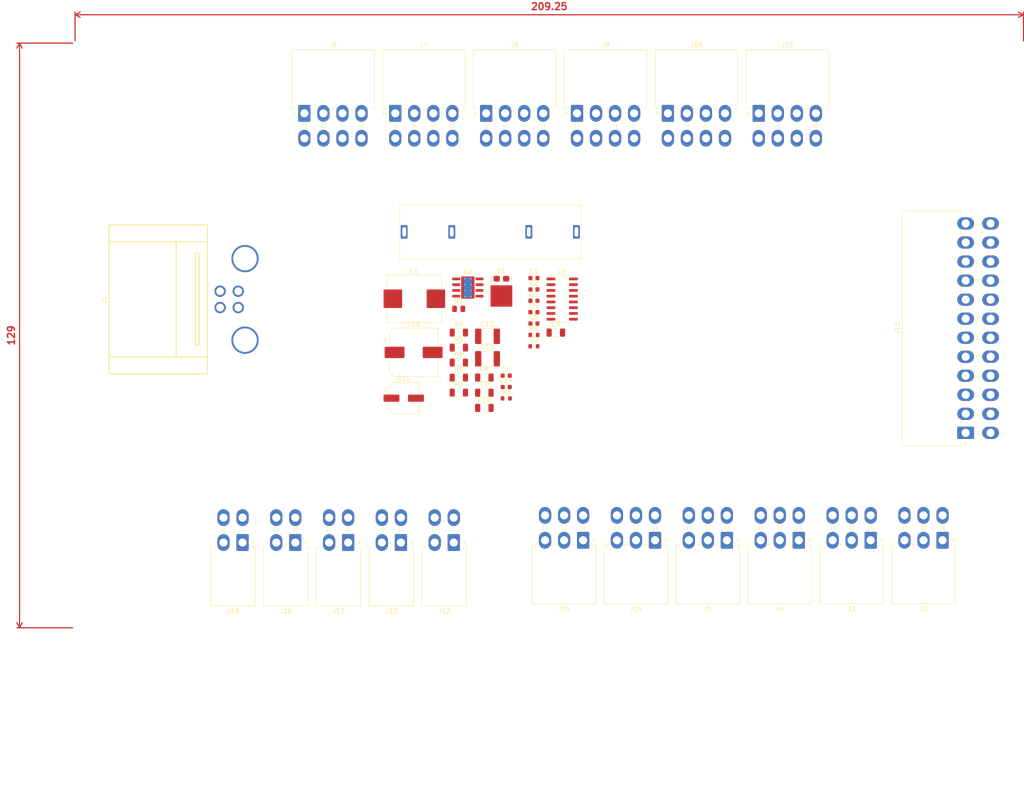
<source format=kicad_pcb>
(kicad_pcb (version 20241229) (generator "pcbnew") (generator_version "9.0")
  (title_block (rev "1"))
  (layers (0 "F.Cu" signal) (2 "B.Cu" signal) (13 "F.Paste" user) (15 "B.Paste" user) (5 "F.SilkS" user "F.Silkscreen") (7 "B.SilkS" user "B.Silkscreen") (1 "F.Mask" user) (3 "B.Mask" user) (25 "Edge.Cuts" user))
  (net 0 "")
  (net 1 "GND")
  (net 2 "/weight_scale/EX+")
  (net 3 "Net-(U1-VBG)")
  (net 4 "Net-(U1-DVDD)")
  (net 5 "Net-(U1-VIN1N)")
  (net 6 "Net-(U1-VIN1P)")
  (net 7 "Net-(U1-VIN2P)")
  (net 8 "Net-(U1-VIN2N)")
  (net 9 "Net-(D1-K)")
  (net 10 "Net-(U2-BST)")
  (net 11 "/VBat")
  (net 12 "+24V")
  (net 13 "Net-(U2-FB)")
  (net 14 "Net-(C14-Pad1)")
  (net 15 "+BATT")
  (net 18 "/CAN_L_1")
  (net 19 "/CAN_H_1")
  (net 20 "/PWM_Mot_FR")
  (net 21 "/CAN_H_2")
  (net 22 "/CAN_L_2")
  (net 23 "/PWM_Mot_FL")
  (net 24 "/CAN_L_3")
  (net 25 "/CAN_H_3")
  (net 26 "/CAN_H_4")
  (net 27 "/CAN_L_4")
  (net 28 "/PWM_Mot_BR")
  (net 29 "/CAN_H_5")
  (net 30 "/PWM_Mot_BL")
  (net 31 "/CAN_L_5")
  (net 32 "/PWM_Pump")
  (net 33 "/CAN_H_6")
  (net 34 "/CAN_L_6")
  (net 35 "/CAN_L_7")
  (net 36 "/CAN_H_7")
  (net 37 "/PWM_Asp_FR")
  (net 38 "/PWM_Asp_FL")
  (net 39 "/CAN_H_8")
  (net 40 "/CAN_L_8")
  (net 41 "/CAN_L_9")
  (net 42 "/PWM_Asp_BR")
  (net 43 "/CAN_H_9")
  (net 44 "/CAN_L_10")
  (net 45 "/CAN_H_10")
  (net 46 "/PWM_Asp_BL")
  (net 71 "/PWM_Light")
  (net 73 "/LIDAR_1_TX_SDA")
  (net 74 "/LIDAR_1_RX_SCL")
  (net 75 "+5V")
  (net 77 "/LIDAR_2_TX_SDA")
  (net 78 "/LIDAR_2_RX_SCL")
  (net 79 "/CAMERA_RX")
  (net 80 "/CAMERA_TX")
  (net 81 "/CAMERA_Sbus_in")
  (net 82 "/CAMERA_Sbus_out")
  (net 85 "/FLOW_OUT_SIGNAL")
  (net 87 "/weight_scale/V_IN-")
  (net 88 "/weight_scale/V_IN+")
  (net 89 "Net-(U2-RON)")
  (net 90 "Net-(U2-PGOOD)")
  (net 91 "Net-(U2-ULVO)")
  (net 92 "/LC_SDIO")
  (net 93 "/LC_SCLK")
  (net 96 "/LC_DRDY")
  (footprint "Capacitor_SMD:C_1206_3216Metric" (layer "F.Cu") (at 120.805 106.4)
    (property "Reference" "C9" (at 0 -1.85 0) (layer "F.SilkS"))
    (property "Value" "2.2µF X7R 100V")
    (pad "1" smd roundrect (at -1.475 0) (size 1.15 1.8) (layers "F.Cu" "F.Mask" "F.Paste") (roundrect_rratio 0.217391) (net 11 "/VBat"))
    (pad "2" smd roundrect (at 1.475 0) (size 1.15 1.8) (layers "F.Cu" "F.Mask" "F.Paste") (roundrect_rratio 0.217391) (net 1 "GND"))
  )
  (footprint "Capacitor_SMD:C_1206_3216Metric" (layer "F.Cu") (at 120.805 103.05)
    (property "Reference" "C8" (at 0 -1.85 0) (layer "F.SilkS"))
    (property "Value" "2.2µF X7R 100V")
    (pad "1" smd roundrect (at -1.475 0) (size 1.15 1.8) (layers "F.Cu" "F.Mask" "F.Paste") (roundrect_rratio 0.217391) (net 11 "/VBat"))
    (pad "2" smd roundrect (at 1.475 0) (size 1.15 1.8) (layers "F.Cu" "F.Mask" "F.Paste") (roundrect_rratio 0.217391) (net 1 "GND"))
  )
  (footprint "Connector_Molex:Molex_Mini-Fit_Jr_5569-06A2_2x03_P4.20mm_Horizontal" (layer "F.Cu") (at 206.04 138.95 180)
    (property "Reference" "J3" (at 4.2 -15.1 0) (layer "F.SilkS"))
    (property "Value" "BOOMELE 4.2-2*3AW")
    (pad "" np_thru_hole circle (at 0 -7.3 180) (size 3 3) (drill 3) (layers "*.Cu" "*.Mask"))
    (pad "" np_thru_hole circle (at 8.4 -7.3 180) (size 3 3) (drill 3) (layers "*.Cu" "*.Mask"))
    (pad "1" thru_hole roundrect (at 0 0 180) (size 2.7 3.7) (drill 1.8) (layers "*.Cu" "*.Mask") (roundrect_rratio 0.092593) (net 21 "/CAN_H_2"))
    (pad "2" thru_hole oval (at 4.2 0 180) (size 2.7 3.7) (drill 1.8) (layers "*.Cu" "*.Mask") (net 22 "/CAN_L_2"))
    (pad "3" thru_hole oval (at 8.4 0 180) (size 2.7 3.7) (drill 1.8) (layers "*.Cu" "*.Mask") (net 25 "/CAN_H_3"))
    (pad "4" thru_hole oval (at 0 5.5 180) (size 2.7 3.7) (drill 1.8) (layers "*.Cu" "*.Mask") (net 24 "/CAN_L_3"))
    (pad "5" thru_hole oval (at 4.2 5.5 180) (size 2.7 3.7) (drill 1.8) (layers "*.Cu" "*.Mask") (net 23 "/PWM_Mot_FL"))
    (pad "6" thru_hole oval (at 8.4 5.5 180) (size 2.7 3.7) (drill 1.8) (layers "*.Cu" "*.Mask") (net 1 "GND"))
  )
  (footprint "Resistor_SMD:R_1206_3216Metric" (layer "F.Cu") (at 115.175 93.13)
    (property "Reference" "R4" (at 0 -1.83 0) (layer "F.SilkS"))
    (property "Value" "23.7kΩ  200V")
    (pad "1" smd roundrect (at -1.4625 0) (size 1.125 1.75) (layers "F.Cu" "F.Mask" "F.Paste") (roundrect_rratio 0.222222) (net 1 "GND"))
    (pad "2" smd roundrect (at 1.4625 0) (size 1.125 1.75) (layers "F.Cu" "F.Mask" "F.Paste") (roundrect_rratio 0.222222) (net 13 "Net-(U2-FB)"))
  )
  (footprint "Connector_Molex:Molex_Mini-Fit_Jr_5569-04A2_2x02_P4.20mm_Horizontal" (layer "F.Cu") (at 79.1 139.45 180)
    (property "Reference" "J18" (at 2.1 -15.1 0) (layer "F.SilkS"))
    (property "Value" "BOOMELE 4.2-2*2AW")
    (pad "" np_thru_hole circle (at 2.1 -7.3 180) (size 3 3) (drill 3) (layers "*.Cu" "*.Mask"))
    (pad "1" thru_hole roundrect (at 0 0 180) (size 2.7 3.7) (drill 1.8) (layers "*.Cu" "*.Mask") (roundrect_rratio 0.092593) (net 1 "GND"))
    (pad "2" thru_hole oval (at 4.2 0 180) (size 2.7 3.7) (drill 1.8) (layers "*.Cu" "*.Mask") (net 75 "+5V"))
    (pad "3" thru_hole oval (at 0 5.5 180) (size 2.7 3.7) (drill 1.8) (layers "*.Cu" "*.Mask") (net 85 "/FLOW_OUT_SIGNAL"))
    (pad "4" thru_hole oval (at 4.2 5.5 180) (size 2.7 3.7) (drill 1.8) (layers "*.Cu" "*.Mask"))
  )
  (footprint "Capacitor_SMD:C_0603_1608Metric" (layer "F.Cu") (at 125.635 102.63)
    (property "Reference" "C7" (at 0 -1.43 0) (layer "F.SilkS"))
    (property "Value" "2.2nF 50V X7R")
    (pad "1" smd roundrect (at -0.775 0) (size 0.9 0.95) (layers "F.Cu" "F.Mask" "F.Paste") (net 10 "Net-(U2-BST)"))
    (pad "2" smd roundrect (at 0.775 0) (size 0.9 0.95) (layers "F.Cu" "F.Mask" "F.Paste") (net 9 "Net-(D1-K)"))
  )
  (footprint "Library:TO-277C" (layer "F.Cu") (at 124.565 84.01)
    (property "Reference" "D1" (at 0 -4.5 180) (layer "F.SilkS"))
    (property "Value" "MBR8H120PC")
    (pad "1" smd rect (at 0 1.04) (size 4.8 4.72) (layers "F.Cu" "F.Mask") (net 9 "Net-(D1-K)"))
    (pad "2" smd roundrect (at -1.04 -2.765) (size 1.4 1.27) (layers "F.Cu" "F.Mask" "F.Paste") (net 1 "GND"))
    (pad "2" smd roundrect (at 1.04 -2.765) (size 1.4 1.27) (layers "F.Cu" "F.Mask" "F.Paste") (net 1 "GND"))
  )
  (footprint "Capacitor_SMD:C_1812_4532Metric" (layer "F.Cu") (at 121.505 98.9)
    (property "Reference" "C13" (at 0 -2.65 0) (layer "F.SilkS"))
    (property "Value" "22uF 50V X7R")
    (pad "1" smd roundrect (at -2.05 0) (size 1.4 3.4) (layers "F.Cu" "F.Mask" "F.Paste") (roundrect_rratio 0.178571) (net 1 "GND"))
    (pad "2" smd roundrect (at 2.05 0) (size 1.4 3.4) (layers "F.Cu" "F.Mask" "F.Paste") (roundrect_rratio 0.178571) (net 12 "+24V"))
  )
  (footprint "Resistor_SMD:R_0603_1608Metric" (layer "F.Cu") (at 131.745 96.15)
    (property "Reference" "R2" (at 0 -1.43 0) (layer "F.SilkS"))
    (property "Value" "47Ω 75V")
    (pad "1" smd roundrect (at -0.825 0) (size 0.8 0.95) (layers "F.Cu" "F.Mask" "F.Paste") (net 87 "/weight_scale/V_IN-"))
    (pad "2" smd roundrect (at 0.825 0) (size 0.8 0.95) (layers "F.Cu" "F.Mask" "F.Paste") (net 5 "Net-(U1-VIN1N)"))
  )
  (footprint "Resistor_SMD:R_1206_3216Metric" (layer "F.Cu") (at 115.175 99.75)
    (property "Reference" "R6" (at 0 -1.83 0) (layer "F.SilkS"))
    (property "Value" "453kΩ  200V")
    (pad "1" smd roundrect (at -1.4625 0) (size 1.125 1.75) (layers "F.Cu" "F.Mask" "F.Paste") (roundrect_rratio 0.222222) (net 13 "Net-(U2-FB)"))
    (pad "2" smd roundrect (at 1.4625 0) (size 1.125 1.75) (layers "F.Cu" "F.Mask" "F.Paste") (roundrect_rratio 0.222222) (net 12 "+24V"))
  )
  (footprint "Capacitor_SMD:C_1206_3216Metric" (layer "F.Cu") (at 120.805 109.75)
    (property "Reference" "C15" (at 0 -1.85 0) (layer "F.SilkS"))
    (property "Value" "3.3nF 100V  C0G")
    (pad "1" smd roundrect (at -1.475 0) (size 1.15 1.8) (layers "F.Cu" "F.Mask" "F.Paste") (roundrect_rratio 0.217391) (net 12 "+24V"))
    (pad "2" smd roundrect (at 1.475 0) (size 1.15 1.8) (layers "F.Cu" "F.Mask" "F.Paste") (roundrect_rratio 0.217391) (net 14 "Net-(C14-Pad1)"))
  )
  (footprint "Library:FUSE-HOLDER XFCN XF-008" (layer "F.Cu") (at 122.115 70.905 90)
    (property "Reference" "F1" (hide yes))
    (property "Value" "Fuse")
    (pad "1" thru_hole roundrect (at 0 -19 90) (size 3 1.5) (drill oval 2.1 0.8) (layers "*.Cu" "*.Mask") (roundrect_rratio 0.15) (net 15 "+BATT"))
    (pad "1" thru_hole roundrect (at 0 -8.5 90) (size 3 1.5) (drill oval 2.1 0.8) (layers "*.Cu" "*.Mask") (roundrect_rratio 0.15) (net 15 "+BATT"))
    (pad "2" thru_hole roundrect (at 0 8.5 90) (size 3 1.5) (drill oval 2.1 0.8) (layers "*.Cu" "*.Mask") (roundrect_rratio 0.15) (net 11 "/VBat"))
    (pad "2" thru_hole roundrect (at 0 19 90) (size 3 1.5) (drill oval 2.1 0.8) (layers "*.Cu" "*.Mask") (roundrect_rratio 0.15) (net 11 "/VBat"))
  )
  (footprint "Resistor_SMD:R_0603_1608Metric" (layer "F.Cu") (at 131.745 93.64)
    (property "Reference" "R1" (at 0 -1.43 0) (layer "F.SilkS"))
    (property "Value" "47Ω 75V")
    (pad "1" smd roundrect (at -0.825 0) (size 0.8 0.95) (layers "F.Cu" "F.Mask" "F.Paste") (net 88 "/weight_scale/V_IN+"))
    (pad "2" smd roundrect (at 0.825 0) (size 0.8 0.95) (layers "F.Cu" "F.Mask" "F.Paste") (net 6 "Net-(U1-VIN1P)"))
  )
  (footprint "Connector_Molex:Molex_Mini-Fit_Jr_5569-08A2_2x04_P4.20mm_Horizontal" (layer "F.Cu") (at 141.25 44.75)
    (property "Reference" "J9" (at 6.3 -15.1 0) (layer "F.SilkS"))
    (property "Value" "BOOMELE 4.2-2*4AW")
    (pad "" np_thru_hole circle (at 0 -7.3) (size 3 3) (drill 3) (layers "*.Cu" "*.Mask"))
    (pad "" np_thru_hole circle (at 12.6 -7.3) (size 3 3) (drill 3) (layers "*.Cu" "*.Mask"))
    (pad "1" thru_hole roundrect (at 0 0) (size 2.7 3.7) (drill 1.8) (layers "*.Cu" "*.Mask") (roundrect_rratio 0.092593) (net 1 "GND"))
    (pad "2" thru_hole oval (at 4.2 0) (size 2.7 3.7) (drill 1.8) (layers "*.Cu" "*.Mask") (net 42 "/PWM_Asp_BR"))
    (pad "3" thru_hole oval (at 8.4 0) (size 2.7 3.7) (drill 1.8) (layers "*.Cu" "*.Mask") (net 39 "/CAN_H_8"))
    (pad "4" thru_hole oval (at 12.6 0) (size 2.7 3.7) (drill 1.8) (layers "*.Cu" "*.Mask") (net 40 "/CAN_L_8"))
    (pad "5" thru_hole oval (at 0 5.5) (size 2.7 3.7) (drill 1.8) (layers "*.Cu" "*.Mask") (net 43 "/CAN_H_9"))
    (pad "6" thru_hole oval (at 4.2 5.5) (size 2.7 3.7) (drill 1.8) (layers "*.Cu" "*.Mask") (net 41 "/CAN_L_9"))
    (pad "7" thru_hole oval (at 8.4 5.5) (size 2.7 3.7) (drill 1.8) (layers "*.Cu" "*.Mask") (net 1 "GND"))
    (pad "8" thru_hole oval (at 12.6 5.5) (size 2.7 3.7) (drill 1.8) (layers "*.Cu" "*.Mask") (net 11 "/VBat"))
  )
  (footprint "Resistor_SMD:R_1206_3216Metric" (layer "F.Cu") (at 115.175 106.37)
    (property "Reference" "R9" (at 0 -1.83 0) (layer "F.SilkS"))
    (property "Value" "100KΩ")
    (pad "1" smd roundrect (at -1.4625 0) (size 1.125 1.75) (layers "F.Cu" "F.Mask" "F.Paste") (roundrect_rratio 0.222222) (net 91 "Net-(U2-ULVO)"))
    (pad "2" smd roundrect (at 1.4625 0) (size 1.125 1.75) (layers "F.Cu" "F.Mask" "F.Paste") (roundrect_rratio 0.222222) (net 1 "GND"))
  )
  (footprint "Connector_Molex:Molex_Mini-Fit_Jr_5569-06A2_2x03_P4.20mm_Horizontal" (layer "F.Cu") (at 221.9 138.95 180)
    (property "Reference" "J2" (at 4.2 -15.1 0) (layer "F.SilkS"))
    (property "Value" "BOOMELE 4.2-2*3AW")
    (pad "" np_thru_hole circle (at 0 -7.3 180) (size 3 3) (drill 3) (layers "*.Cu" "*.Mask"))
    (pad "" np_thru_hole circle (at 8.4 -7.3 180) (size 3 3) (drill 3) (layers "*.Cu" "*.Mask"))
    (pad "1" thru_hole roundrect (at 0 0 180) (size 2.7 3.7) (drill 1.8) (layers "*.Cu" "*.Mask") (roundrect_rratio 0.092593) (net 19 "/CAN_H_1"))
    (pad "2" thru_hole oval (at 4.2 0 180) (size 2.7 3.7) (drill 1.8) (layers "*.Cu" "*.Mask") (net 18 "/CAN_L_1"))
    (pad "3" thru_hole oval (at 8.4 0 180) (size 2.7 3.7) (drill 1.8) (layers "*.Cu" "*.Mask") (net 21 "/CAN_H_2"))
    (pad "4" thru_hole oval (at 0 5.5 180) (size 2.7 3.7) (drill 1.8) (layers "*.Cu" "*.Mask") (net 22 "/CAN_L_2"))
    (pad "5" thru_hole oval (at 4.2 5.5 180) (size 2.7 3.7) (drill 1.8) (layers "*.Cu" "*.Mask") (net 20 "/PWM_Mot_FR"))
    (pad "6" thru_hole oval (at 8.4 5.5 180) (size 2.7 3.7) (drill 1.8) (layers "*.Cu" "*.Mask") (net 1 "GND"))
  )
  (footprint "Capacitor_SMD:C_1812_4532Metric" (layer "F.Cu") (at 121.505 93.95)
    (property "Reference" "C12" (at 0 -2.65 0) (layer "F.SilkS"))
    (property "Value" "22uF 50V X7R")
    (pad "1" smd roundrect (at -2.05 0) (size 1.4 3.4) (layers "F.Cu" "F.Mask" "F.Paste") (roundrect_rratio 0.178571) (net 1 "GND"))
    (pad "2" smd roundrect (at 2.05 0) (size 1.4 3.4) (layers "F.Cu" "F.Mask" "F.Paste") (roundrect_rratio 0.178571) (net 12 "+24V"))
  )
  (footprint "Connector_Molex:Molex_Mini-Fit_Jr_5569-06A2_2x03_P4.20mm_Horizontal" (layer "F.Cu") (at 174.32 138.95 180)
    (property "Reference" "J5" (at 4.2 -15.1 0) (layer "F.SilkS"))
    (property "Value" "BOOMELE 4.2-2*3AW")
    (pad "" np_thru_hole circle (at 0 -7.3 180) (size 3 3) (drill 3) (layers "*.Cu" "*.Mask"))
    (pad "" np_thru_hole circle (at 8.4 -7.3 180) (size 3 3) (drill 3) (layers "*.Cu" "*.Mask"))
    (pad "1" thru_hole roundrect (at 0 0 180) (size 2.7 3.7) (drill 1.8) (layers "*.Cu" "*.Mask") (roundrect_rratio 0.092593) (net 26 "/CAN_H_4"))
    (pad "2" thru_hole oval (at 4.2 0 180) (size 2.7 3.7) (drill 1.8) (layers "*.Cu" "*.Mask") (net 27 "/CAN_L_4"))
    (pad "3" thru_hole oval (at 8.4 0 180) (size 2.7 3.7) (drill 1.8) (layers "*.Cu" "*.Mask") (net 29 "/CAN_H_5"))
    (pad "4" thru_hole oval (at 0 5.5 180) (size 2.7 3.7) (drill 1.8) (layers "*.Cu" "*.Mask") (net 31 "/CAN_L_5"))
    (pad "5" thru_hole oval (at 4.2 5.5 180) (size 2.7 3.7) (drill 1.8) (layers "*.Cu" "*.Mask") (net 30 "/PWM_Mot_BL"))
    (pad "6" thru_hole oval (at 8.4 5.5 180) (size 2.7 3.7) (drill 1.8) (layers "*.Cu" "*.Mask") (net 1 "GND"))
  )
  (footprint "Resistor_SMD:R_1206_3216Metric" (layer "F.Cu") (at 115.175 103.06)
    (property "Reference" "R8" (at 0 -1.83 0) (layer "F.SilkS"))
    (property "Value" "2.8MΩ")
    (pad "1" smd roundrect (at -1.4625 0) (size 1.125 1.75) (layers "F.Cu" "F.Mask" "F.Paste") (roundrect_rratio 0.222222) (net 11 "/VBat"))
    (pad "2" smd roundrect (at 1.4625 0) (size 1.125 1.75) (layers "F.Cu" "F.Mask" "F.Paste") (roundrect_rratio 0.222222) (net 91 "Net-(U2-ULVO)"))
  )
  (footprint "Connector_Molex:Molex_Mini-Fit_Jr_5569-04A2_2x02_P4.20mm_Horizontal" (layer "F.Cu") (at 67.45 139.45 180)
    (property "Reference" "J19" (at 2.1 -15.1 0) (layer "F.SilkS"))
    (property "Value" "BOOMELE 4.2-2*2AW")
    (pad "" np_thru_hole circle (at 2.1 -7.3 180) (size 3 3) (drill 3) (layers "*.Cu" "*.Mask"))
    (pad "1" thru_hole roundrect (at 0 0 180) (size 2.7 3.7) (drill 1.8) (layers "*.Cu" "*.Mask") (roundrect_rratio 0.092593) (net 2 "/weight_scale/EX+"))
    (pad "2" thru_hole oval (at 4.2 0 180) (size 2.7 3.7) (drill 1.8) (layers "*.Cu" "*.Mask") (net 88 "/weight_scale/V_IN+"))
    (pad "3" thru_hole oval (at 0 5.5 180) (size 2.7 3.7) (drill 1.8) (layers "*.Cu" "*.Mask") (net 87 "/weight_scale/V_IN-"))
    (pad "4" thru_hole oval (at 4.2 5.5 180) (size 2.7 3.7) (drill 1.8) (layers "*.Cu" "*.Mask") (net 1 "GND"))
  )
  (footprint "Capacitor_SMD:C_0603_1608Metric" (layer "F.Cu") (at 131.745 86.11)
    (property "Reference" "C3" (at 0 -1.43 0) (layer "F.SilkS"))
    (property "Value" "1uF 50V X7R")
    (pad "1" smd roundrect (at -0.775 0) (size 0.9 0.95) (layers "F.Cu" "F.Mask" "F.Paste") (net 1 "GND"))
    (pad "2" smd roundrect (at 0.775 0) (size 0.9 0.95) (layers "F.Cu" "F.Mask" "F.Paste") (net 2 "/weight_scale/EX+"))
  )
  (footprint "Connector_Molex:Molex_Mini-Fit_Jr_5569-08A2_2x04_P4.20mm_Horizontal" (layer "F.Cu") (at 161.3 44.75)
    (property "Reference" "J10" (at 6.3 -15.1 0) (layer "F.SilkS"))
    (property "Value" "BOOMELE 4.2-2*4AW")
    (pad "" np_thru_hole circle (at 0 -7.3) (size 3 3) (drill 3) (layers "*.Cu" "*.Mask"))
    (pad "" np_thru_hole circle (at 12.6 -7.3) (size 3 3) (drill 3) (layers "*.Cu" "*.Mask"))
    (pad "1" thru_hole roundrect (at 0 0) (size 2.7 3.7) (drill 1.8) (layers "*.Cu" "*.Mask") (roundrect_rratio 0.092593) (net 1 "GND"))
    (pad "2" thru_hole oval (at 4.2 0) (size 2.7 3.7) (drill 1.8) (layers "*.Cu" "*.Mask") (net 46 "/PWM_Asp_BL"))
    (pad "3" thru_hole oval (at 8.4 0) (size 2.7 3.7) (drill 1.8) (layers "*.Cu" "*.Mask") (net 43 "/CAN_H_9"))
    (pad "4" thru_hole oval (at 12.6 0) (size 2.7 3.7) (drill 1.8) (layers "*.Cu" "*.Mask") (net 41 "/CAN_L_9"))
    (pad "5" thru_hole oval (at 0 5.5) (size 2.7 3.7) (drill 1.8) (layers "*.Cu" "*.Mask") (net 45 "/CAN_H_10"))
    (pad "6" thru_hole oval (at 4.2 5.5) (size 2.7 3.7) (drill 1.8) (layers "*.Cu" "*.Mask") (net 44 "/CAN_L_10"))
    (pad "7" thru_hole oval (at 8.4 5.5) (size 2.7 3.7) (drill 1.8) (layers "*.Cu" "*.Mask") (net 1 "GND"))
    (pad "8" thru_hole oval (at 12.6 5.5) (size 2.7 3.7) (drill 1.8) (layers "*.Cu" "*.Mask") (net 11 "/VBat"))
  )
  (footprint "Capacitor_SMD:C_1206_3216Metric" (layer "F.Cu") (at 136.575 93.13)
    (property "Reference" "C6" (at 0 -1.85 0) (layer "F.SilkS"))
    (property "Value" "100nF 50V C0G")
    (pad "1" smd roundrect (at -1.475 0) (size 1.15 1.8) (layers "F.Cu" "F.Mask" "F.Paste") (roundrect_rratio 0.217391) (net 8 "Net-(U1-VIN2N)"))
    (pad "2" smd roundrect (at 1.475 0) (size 1.15 1.8) (layers "F.Cu" "F.Mask" "F.Paste") (roundrect_rratio 0.217391) (net 7 "Net-(U1-VIN2P)"))
  )
  (footprint "Capacitor_SMD:C_0603_1608Metric" (layer "F.Cu") (at 131.745 81.09)
    (property "Reference" "C1" (at 0 -1.43 0) (layer "F.SilkS"))
    (property "Value" "100nF 50V X7R")
    (pad "1" smd roundrect (at -0.775 0) (size 0.9 0.95) (layers "F.Cu" "F.Mask" "F.Paste") (net 2 "/weight_scale/EX+"))
    (pad "2" smd roundrect (at 0.775 0) (size 0.9 0.95) (layers "F.Cu" "F.Mask" "F.Paste") (net 1 "GND"))
  )
  (footprint "Connector_Molex:Molex_Mini-Fit_Jr_5569-06A2_2x03_P4.20mm_Horizontal" (layer "F.Cu") (at 158.46 138.95 180)
    (property "Reference" "J14" (at 4.2 -15.1 0) (layer "F.SilkS"))
    (property "Value" "BOOMELE 4.2-2*3AW")
    (pad "" np_thru_hole circle (at 0 -7.3 180) (size 3 3) (drill 3) (layers "*.Cu" "*.Mask"))
    (pad "" np_thru_hole circle (at 8.4 -7.3 180) (size 3 3) (drill 3) (layers "*.Cu" "*.Mask"))
    (pad "1" thru_hole roundrect (at 0 0 180) (size 2.7 3.7) (drill 1.8) (layers "*.Cu" "*.Mask") (roundrect_rratio 0.092593) (net 75 "+5V"))
    (pad "2" thru_hole oval (at 4.2 0 180) (size 2.7 3.7) (drill 1.8) (layers "*.Cu" "*.Mask") (net 1 "GND"))
    (pad "3" thru_hole oval (at 8.4 0 180) (size 2.7 3.7) (drill 1.8) (layers "*.Cu" "*.Mask") (net 74 "/LIDAR_1_RX_SCL"))
    (pad "4" thru_hole oval (at 0 5.5 180) (size 2.7 3.7) (drill 1.8) (layers "*.Cu" "*.Mask") (net 73 "/LIDAR_1_TX_SDA"))
    (pad "5" thru_hole oval (at 4.2 5.5 180) (size 2.7 3.7) (drill 1.8) (layers "*.Cu" "*.Mask") (net 1 "GND"))
    (pad "6" thru_hole oval (at 8.4 5.5 180) (size 2.7 3.7) (drill 1.8) (layers "*.Cu" "*.Mask"))
  )
  (footprint "Connector_Molex:Molex_Mini-Fit_Jr_5569-06A2_2x03_P4.20mm_Horizontal" (layer "F.Cu") (at 190.18 138.95 180)
    (property "Reference" "J4" (at 4.2 -15.1 0) (layer "F.SilkS"))
    (property "Value" "BOOMELE 4.2-2*3AW")
    (pad "" np_thru_hole circle (at 0 -7.3 180) (size 3 3) (drill 3) (layers "*.Cu" "*.Mask"))
    (pad "" np_thru_hole circle (at 8.4 -7.3 180) (size 3 3) (drill 3) (layers "*.Cu" "*.Mask"))
    (pad "1" thru_hole roundrect (at 0 0 180) (size 2.7 3.7) (drill 1.8) (layers "*.Cu" "*.Mask") (roundrect_rratio 0.092593) (net 25 "/CAN_H_3"))
    (pad "2" thru_hole oval (at 4.2 0 180) (size 2.7 3.7) (drill 1.8) (layers "*.Cu" "*.Mask") (net 24 "/CAN_L_3"))
    (pad "3" thru_hole oval (at 8.4 0 180) (size 2.7 3.7) (drill 1.8) (layers "*.Cu" "*.Mask") (net 26 "/CAN_H_4"))
    (pad "4" thru_hole oval (at 0 5.5 180) (size 2.7 3.7) (drill 1.8) (layers "*.Cu" "*.Mask") (net 27 "/CAN_L_4"))
    (pad "5" thru_hole oval (at 4.2 5.5 180) (size 2.7 3.7) (drill 1.8) (layers "*.Cu" "*.Mask") (net 28 "/PWM_Mot_BR"))
    (pad "6" thru_hole oval (at 8.4 5.5 180) (size 2.7 3.7) (drill 1.8) (layers "*.Cu" "*.Mask") (net 1 "GND"))
  )
  (footprint "Library:CONN-TH_AS150UPW" (layer "F.Cu") (at 65.25 85.8 90)
    (property "Reference" "J1" (at -0.014967 -28.2505 90) (layer "F.SilkS"))
    (property "Value" "Amass Elec AS150UPW(2+4)")
    (pad "1" thru_hole circle (at -9 2.75 90) (size 6 6) (drill 5.2) (layers "*.Cu" "*.Mask") (net 1 "GND"))
    (pad "2" thru_hole circle (at 9 2.75 90) (size 6 6) (drill 5.2) (layers "*.Cu" "*.Mask") (net 15 "+BATT"))
    (pad "3" thru_hole circle (at -1.8 -2.75 90) (size 2.5 2.5) (drill 1.7) (layers "*.Cu" "*.Mask") (net 19 "/CAN_H_1"))
    (pad "4" thru_hole circle (at 1.8 -2.75 90) (size 2.5 2.5) (drill 1.7) (layers "*.Cu" "*.Mask") (net 18 "/CAN_L_1"))
    (pad "5" thru_hole circle (at -1.8 1.25 90) (size 2.5 2.5) (drill 1.7) (layers "*.Cu" "*.Mask"))
    (pad "6" thru_hole circle (at 1.8 1.25 90) (size 2.5 2.5) (drill 1.7) (layers "*.Cu" "*.Mask"))
  )
  (footprint "Resistor_SMD:R_0805_2012Metric" (layer "F.Cu") (at 115.145 87.89)
    (property "Reference" "R7" (at 0 -1.65 0) (layer "F.SilkS"))
    (property "Value" "47kΩ")
    (pad "1" smd roundrect (at -0.9125 0) (size 1.025 1.4) (layers "F.Cu" "F.Mask" "F.Paste") (roundrect_rratio 0.243902) (net 12 "+24V"))
    (pad "2" smd roundrect (at 0.9125 0) (size 1.025 1.4) (layers "F.Cu" "F.Mask" "F.Paste") (roundrect_rratio 0.243902) (net 90 "Net-(U2-PGOOD)"))
  )
  (footprint "Inductor_SMD:L_Sunlord_MWSA1005S" (layer "F.Cu") (at 105.365 85.655)
    (property "Reference" "L1" (at 0 -6 0) (layer "F.SilkS"))
    (property "Value" "PSPMAA1050H-560M-ANP")
    (pad "1" smd roundrect (at -4.75 0) (size 4.1 4.1) (layers "F.Cu" "F.Mask" "F.Paste") (roundrect_rratio 0.060976) (net 9 "Net-(D1-K)"))
    (pad "2" smd roundrect (at 4.75 0) (size 4.1 4.1) (layers "F.Cu" "F.Mask" "F.Paste") (roundrect_rratio 0.060976) (net 12 "+24V"))
  )
  (footprint "Connector_Molex:Molex_Mini-Fit_Jr_5569-08A2_2x04_P4.20mm_Horizontal" (layer "F.Cu") (at 181.35 44.75)
    (property "Reference" "J16" (at 6.3 -15.1 0) (layer "F.SilkS"))
    (property "Value" "BOOMELE 4.2-2*4AW")
    (pad "" np_thru_hole circle (at 0 -7.3) (size 3 3) (drill 3) (layers "*.Cu" "*.Mask"))
    (pad "" np_thru_hole circle (at 12.6 -7.3) (size 3 3) (drill 3) (layers "*.Cu" "*.Mask"))
    (pad "1" thru_hole roundrect (at 0 0) (size 2.7 3.7) (drill 1.8) (layers "*.Cu" "*.Mask") (roundrect_rratio 0.092593) (net 1 "GND"))
    (pad "2" thru_hole oval (at 4.2 0) (size 2.7 3.7) (drill 1.8) (layers "*.Cu" "*.Mask") (net 12 "+24V"))
    (pad "3" thru_hole oval (at 8.4 0) (size 2.7 3.7) (drill 1.8) (layers "*.Cu" "*.Mask") (net 79 "/CAMERA_RX"))
    (pad "4" thru_hole oval (at 12.6 0) (size 2.7 3.7) (drill 1.8) (layers "*.Cu" "*.Mask") (net 80 "/CAMERA_TX"))
    (pad "5" thru_hole oval (at 0 5.5) (size 2.7 3.7) (drill 1.8) (layers "*.Cu" "*.Mask") (net 82 "/CAMERA_Sbus_out"))
    (pad "6" thru_hole oval (at 4.2 5.5) (size 2.7 3.7) (drill 1.8) (layers "*.Cu" "*.Mask") (net 81 "/CAMERA_Sbus_in"))
    (pad "7" thru_hole oval (at 8.4 5.5) (size 2.7 3.7) (drill 1.8) (layers "*.Cu" "*.Mask") (net 1 "GND"))
    (pad "8" thru_hole oval (at 12.6 5.5) (size 2.7 3.7) (drill 1.8) (layers "*.Cu" "*.Mask") (net 1 "GND"))
  )
  (footprint "Connector_Molex:Molex_Mini-Fit_Jr_5569-08A2_2x04_P4.20mm_Horizontal" (layer "F.Cu") (at 81.1 44.75)
    (property "Reference" "J6" (at 6.3 -15.1 0) (layer "F.SilkS"))
    (property "Value" "BOOMELE 4.2-2*4AW")
    (pad "" np_thru_hole circle (at 0 -7.3) (size 3 3) (drill 3) (layers "*.Cu" "*.Mask"))
    (pad "" np_thru_hole circle (at 12.6 -7.3) (size 3 3) (drill 3) (layers "*.Cu" "*.Mask"))
    (pad "1" thru_hole roundrect (at 0 0) (size 2.7 3.7) (drill 1.8) (layers "*.Cu" "*.Mask") (roundrect_rratio 0.092593) (net 1 "GND"))
    (pad "2" thru_hole oval (at 4.2 0) (size 2.7 3.7) (drill 1.8) (layers "*.Cu" "*.Mask") (net 32 "/PWM_Pump"))
    (pad "3" thru_hole oval (at 8.4 0) (size 2.7 3.7) (drill 1.8) (layers "*.Cu" "*.Mask") (net 29 "/CAN_H_5"))
    (pad "4" thru_hole oval (at 12.6 0) (size 2.7 3.7) (drill 1.8) (layers "*.Cu" "*.Mask") (net 31 "/CAN_L_5"))
    (pad "5" thru_hole oval (at 0 5.5) (size 2.7 3.7) (drill 1.8) (layers "*.Cu" "*.Mask") (net 33 "/CAN_H_6"))
    (pad "6" thru_hole oval (at 4.2 5.5) (size 2.7 3.7) (drill 1.8) (layers "*.Cu" "*.Mask") (net 34 "/CAN_L_6"))
    (pad "7" thru_hole oval (at 8.4 5.5) (size 2.7 3.7) (drill 1.8) (layers "*.Cu" "*.Mask") (net 1 "GND"))
    (pad "8" thru_hole oval (at 12.6 5.5) (size 2.7 3.7) (drill 1.8) (layers "*.Cu" "*.Mask") (net 11 "/VBat"))
  )
  (footprint "Connector_Molex:Molex_Mini-Fit_Jr_5569-08A2_2x04_P4.20mm_Horizontal" (layer "F.Cu") (at 121.2 44.75)
    (property "Reference" "J8" (at 6.3 -15.1 0) (layer "F.SilkS"))
    (property "Value" "BOOMELE 4.2-2*4AW")
    (pad "" np_thru_hole circle (at 0 -7.3) (size 3 3) (drill 3) (layers "*.Cu" "*.Mask"))
    (pad "" np_thru_hole circle (at 12.6 -7.3) (size 3 3) (drill 3) (layers "*.Cu" "*.Mask"))
    (pad "1" thru_hole roundrect (at 0 0) (size 2.7 3.7) (drill 1.8) (layers "*.Cu" "*.Mask") (roundrect_rratio 0.092593) (net 1 "GND"))
    (pad "2" thru_hole oval (at 4.2 0) (size 2.7 3.7) (drill 1.8) (layers "*.Cu" "*.Mask") (net 38 "/PWM_Asp_FL"))
    (pad "3" thru_hole oval (at 8.4 0) (size 2.7 3.7) (drill 1.8) (layers "*.Cu" "*.Mask") (net 36 "/CAN_H_7"))
    (pad "4" thru_hole oval (at 12.6 0) (size 2.7 3.7) (drill 1.8) (layers "*.Cu" "*.Mask") (net 35 "/CAN_L_7"))
    (pad "5" thru_hole oval (at 0 5.5) (size 2.7 3.7) (drill 1.8) (layers "*.Cu" "*.Mask") (net 39 "/CAN_H_8"))
    (pad "6" thru_hole oval (at 4.2 5.5) (size 2.7 3.7) (drill 1.8) (layers "*.Cu" "*.Mask") (net 40 "/CAN_L_8"))
    (pad "7" thru_hole oval (at 8.4 5.5) (size 2.7 3.7) (drill 1.8) (layers "*.Cu" "*.Mask") (net 1 "GND"))
    (pad "8" thru_hole oval (at 12.6 5.5) (size 2.7 3.7) (drill 1.8) (layers "*.Cu" "*.Mask") (net 11 "/VBat"))
  )
  (footprint "Connector_Molex:Molex_Mini-Fit_Jr_5569-04A2_2x02_P4.20mm_Horizontal" (layer "F.Cu") (at 114.05 139.45 180)
    (property "Reference" "J12" (at 2.1 -15.1 0) (layer "F.SilkS"))
    (property "Value" "BOOMELE 4.2-2*2AW")
    (pad "" np_thru_hole circle (at 2.1 -7.3 180) (size 3 3) (drill 3) (layers "*.Cu" "*.Mask"))
    (pad "1" thru_hole roundrect (at 0 0 180) (size 2.7 3.7) (drill 1.8) (layers "*.Cu" "*.Mask") (roundrect_rratio 0.092593) (net 11 "/VBat"))
    (pad "2" thru_hole oval (at 4.2 0 180) (size 2.7 3.7) (drill 1.8) (layers "*.Cu" "*.Mask") (net 1 "GND"))
    (pad "3" thru_hole oval (at 0 5.5 180) (size 2.7 3.7) (drill 1.8) (layers "*.Cu" "*.Mask") (net 71 "/PWM_Light"))
    (pad "4" thru_hole oval (at 4.2 5.5 180) (size 2.7 3.7) (drill 1.8) (layers "*.Cu" "*.Mask") (net 1 "GND"))
  )
  (footprint "Capacitor_SMD:C_0603_1608Metric" (layer "F.Cu") (at 125.635 105.14)
    (property "Reference" "C14" (at 0 -1.43 0) (layer "F.SilkS"))
    (property "Value" "56pF 100V  C0G")
    (pad "1" smd roundrect (at -0.775 0) (size 0.9 0.95) (layers "F.Cu" "F.Mask" "F.Paste") (net 14 "Net-(C14-Pad1)"))
    (pad "2" smd roundrect (at 0.775 0) (size 0.9 0.95) (layers "F.Cu" "F.Mask" "F.Paste") (net 13 "Net-(U2-FB)"))
  )
  (footprint "Connector_Molex:Molex_Mini-Fit_Jr_5569-08A2_2x04_P4.20mm_Horizontal" (layer "F.Cu") (at 101.15 44.75)
    (property "Reference" "J7" (at 6.3 -15.1 0) (layer "F.SilkS"))
    (property "Value" "BOOMELE 4.2-2*4AW")
    (pad "" np_thru_hole circle (at 0 -7.3) (size 3 3) (drill 3) (layers "*.Cu" "*.Mask"))
    (pad "" np_thru_hole circle (at 12.6 -7.3) (size 3 3) (drill 3) (layers "*.Cu" "*.Mask"))
    (pad "1" thru_hole roundrect (at 0 0) (size 2.7 3.7) (drill 1.8) (layers "*.Cu" "*.Mask") (roundrect_rratio 0.092593) (net 1 "GND"))
    (pad "2" thru_hole oval (at 4.2 0) (size 2.7 3.7) (drill 1.8) (layers "*.Cu" "*.Mask") (net 37 "/PWM_Asp_FR"))
    (pad "3" thru_hole oval (at 8.4 0) (size 2.7 3.7) (drill 1.8) (layers "*.Cu" "*.Mask") (net 33 "/CAN_H_6"))
    (pad "4" thru_hole oval (at 12.6 0) (size 2.7 3.7) (drill 1.8) (layers "*.Cu" "*.Mask") (net 34 "/CAN_L_6"))
    (pad "5" thru_hole oval (at 0 5.5) (size 2.7 3.7) (drill 1.8) (layers "*.Cu" "*.Mask") (net 36 "/CAN_H_7"))
    (pad "6" thru_hole oval (at 4.2 5.5) (size 2.7 3.7) (drill 1.8) (layers "*.Cu" "*.Mask") (net 35 "/CAN_L_7"))
    (pad "7" thru_hole oval (at 8.4 5.5) (size 2.7 3.7) (drill 1.8) (layers "*.Cu" "*.Mask") (net 1 "GND"))
    (pad "8" thru_hole oval (at 12.6 5.5) (size 2.7 3.7) (drill 1.8) (layers "*.Cu" "*.Mask") (net 11 "/VBat"))
  )
  (footprint "Connector_Molex:Molex_Mini-Fit_Jr_5569-24A2_2x12_P4.20mm_Horizontal" (layer "F.Cu") (at 227 115.25 90)
    (property "Reference" "J11" (at 23.1 -15.1 90) (layer "F.SilkS"))
    (property "Value" "MOLEX 39301240")
    (pad "" np_thru_hole circle (at 0 -7.3 90) (size 3 3) (drill 3) (layers "*.Cu" "*.Mask"))
    (pad "" np_thru_hole circle (at 46.2 -7.3 90) (size 3 3) (drill 3) (layers "*.Cu" "*.Mask"))
    (pad "1" thru_hole roundrect (at 0 0 90) (size 2.7 3.7) (drill 1.8) (layers "*.Cu" "*.Mask") (roundrect_rratio 0.092593))
    (pad "2" thru_hole oval (at 4.2 0 90) (size 2.7 3.7) (drill 1.8) (layers "*.Cu" "*.Mask"))
    (pad "3" thru_hole oval (at 8.4 0 90) (size 2.7 3.7) (drill 1.8) (layers "*.Cu" "*.Mask"))
    (pad "4" thru_hole oval (at 12.6 0 90) (size 2.7 3.7) (drill 1.8) (layers "*.Cu" "*.Mask"))
    (pad "5" thru_hole oval (at 16.8 0 90) (size 2.7 3.7) (drill 1.8) (layers "*.Cu" "*.Mask"))
    (pad "6" thru_hole oval (at 21 0 90) (size 2.7 3.7) (drill 1.8) (layers "*.Cu" "*.Mask"))
    (pad "7" thru_hole oval (at 25.2 0 90) (size 2.7 3.7) (drill 1.8) (layers "*.Cu" "*.Mask"))
    (pad "8" thru_hole oval (at 29.4 0 90) (size 2.7 3.7) (drill 1.8) (layers "*.Cu" "*.Mask"))
    (pad "9" thru_hole oval (at 33.6 0 90) (size 2.7 3.7) (drill 1.8) (layers "*.Cu" "*.Mask"))
    (pad "10" thru_hole oval (at 37.8 0 90) (size 2.7 3.7) (drill 1.8) (layers "*.Cu" "*.Mask"))
    (pad "11" thru_hole oval (at 42 0 90) (size 2.7 3.7) (drill 1.8) (layers "*.Cu" "*.Mask"))
    (pad "12" thru_hole oval (at 46.2 0 90) (size 2.7 3.7) (drill 1.8) (layers "*.Cu" "*.Mask"))
    (pad "13" thru_hole oval (at 0 5.5 90) (size 2.7 3.7) (drill 1.8) (layers "*.Cu" "*.Mask"))
    (pad "14" thru_hole oval (at 4.2 5.5 90) (size 2.7 3.7) (drill 1.8) (layers "*.Cu" "*.Mask"))
    (pad "15" thru_hole oval (at 8.4 5.5 90) (size 2.7 3.7) (drill 1.8) (layers "*.Cu" "*.Mask"))
    (pad "16" thru_hole oval (at 12.6 5.5 90) (size 2.7 3.7) (drill 1.8) (layers "*.Cu" "*.Mask"))
    (pad "17" thru_hole oval (at 16.8 5.5 90) (size 2.7 3.7) (drill 1.8) (layers "*.Cu" "*.Mask"))
    (pad "18" thru_hole oval (at 21 5.5 90) (size 2.7 3.7) (drill 1.8) (layers "*.Cu" "*.Mask"))
    (pad "19" thru_hole oval (at 25.2 5.5 90) (size 2.7 3.7) (drill 1.8) (layers "*.Cu" "*.Mask"))
    (pad "20" thru_hole oval (at 29.4 5.5 90) (size 2.7 3.7) (drill 1.8) (layers "*.Cu" "*.Mask"))
    (pad "21" thru_hole oval (at 33.6 5.5 90) (size 2.7 3.7) (drill 1.8) (layers "*.Cu" "*.Mask"))
    (pad "22" thru_hole oval (at 37.8 5.5 90) (size 2.7 3.7) (drill 1.8) (layers "*.Cu" "*.Mask"))
    (pad "23" thru_hole oval (at 42 5.5 90) (size 2.7 3.7) (drill 1.8) (layers "*.Cu" "*.Mask"))
    (pad "24" thru_hole oval (at 46.2 5.5 90) (size 2.7 3.7) (drill 1.8) (layers "*.Cu" "*.Mask"))
  )
  (footprint "Package_SO:SOIC-16_3.9x9.9mm_P1.27mm" (layer "F.Cu") (at 137.975 85.73)
    (property "Reference" "U1" (at 0 -5.9 0) (layer "F.SilkS"))
    (property "Value" "NAU7802SGI")
    (pad "1" smd roundrect (at -2.475 -4.445) (size 1.95 0.6) (layers "F.Cu" "F.Mask" "F.Paste") (net 2 "/weight_scale/EX+"))
    (pad "2" smd roundrect (at -2.475 -3.175) (size 1.95 0.6) (layers "F.Cu" "F.Mask" "F.Paste") (net 5 "Net-(U1-VIN1N)"))
    (pad "3" smd roundrect (at -2.475 -1.905) (size 1.95 0.6) (layers "F.Cu" "F.Mask" "F.Paste") (net 6 "Net-(U1-VIN1P)"))
    (pad "4" smd roundrect (at -2.475 -0.635) (size 1.95 0.6) (layers "F.Cu" "F.Mask" "F.Paste") (net 8 "Net-(U1-VIN2N)"))
    (pad "5" smd roundrect (at -2.475 0.635) (size 1.95 0.6) (layers "F.Cu" "F.Mask" "F.Paste") (net 7 "Net-(U1-VIN2P)"))
    (pad "6" smd roundrect (at -2.475 1.905) (size 1.95 0.6) (layers "F.Cu" "F.Mask" "F.Paste") (net 3 "Net-(U1-VBG)"))
    (pad "7" smd roundrect (at -2.475 3.175) (size 1.95 0.6) (layers "F.Cu" "F.Mask" "F.Paste") (net 1 "GND"))
    (pad "8" smd roundrect (at -2.475 4.445) (size 1.95 0.6) (layers "F.Cu" "F.Mask" "F.Paste") (net 1 "GND"))
    (pad "9" smd roundrect (at 2.475 4.445) (size 1.95 0.6) (layers "F.Cu" "F.Mask" "F.Paste") (net 1 "GND"))
    (pad "10" smd roundrect (at 2.475 3.175) (size 1.95 0.6) (layers "F.Cu" "F.Mask" "F.Paste"))
    (pad "11" smd roundrect (at 2.475 1.905) (size 1.95 0.6) (layers "F.Cu" "F.Mask" "F.Paste"))
    (pad "12" smd roundrect (at 2.475 0.635) (size 1.95 0.6) (layers "F.Cu" "F.Mask" "F.Paste") (net 96 "/LC_DRDY"))
    (pad "13" smd roundrect (at 2.475 -0.635) (size 1.95 0.6) (layers "F.Cu" "F.Mask" "F.Paste") (net 93 "/LC_SCLK"))
    (pad "14" smd roundrect (at 2.475 -1.905) (size 1.95 0.6) (layers "F.Cu" "F.Mask" "F.Paste") (net 92 "/LC_SDIO"))
    (pad "15" smd roundrect (at 2.475 -3.175) (size 1.95 0.6) (layers "F.Cu" "F.Mask" "F.Paste") (net 4 "Net-(U1-DVDD)"))
    (pad "16" smd roundrect (at 2.475 -4.445) (size 1.95 0.6) (layers "F.Cu" "F.Mask" "F.Paste") (net 2 "/weight_scale/EX+"))
  )
  (footprint "Resistor_SMD:R_0603_1608Metric" (layer "F.Cu") (at 125.635 107.65)
    (property "Reference" "R3" (at 0 -1.43 0) (layer "F.SilkS"))
    (property "Value" "100K 75V")
    (pad "1" smd roundrect (at -0.825 0) (size 0.8 0.95) (layers "F.Cu" "F.Mask" "F.Paste") (net 89 "Net-(U2-RON)"))
    (pad "2" smd roundrect (at 0.825 0) (size 0.8 0.95) (layers "F.Cu" "F.Mask" "F.Paste") (net 1 "GND"))
  )
  (footprint "Capacitor_SMD:C_0603_1608Metric" (layer "F.Cu") (at 131.745 83.6)
    (property "Reference" "C2" (at 0 -1.43 0) (layer "F.SilkS"))
    (property "Value" "100nF 50V X7R")
    (pad "1" smd roundrect (at -0.775 0) (size 0.9 0.95) (layers "F.Cu" "F.Mask" "F.Paste") (net 3 "Net-(U1-VBG)"))
    (pad "2" smd roundrect (at 0.775 0) (size 0.9 0.95) (layers "F.Cu" "F.Mask" "F.Paste") (net 1 "GND"))
  )
  (footprint "Capacitor_SMD:CP_Elec_10x10.5" (layer "F.Cu") (at 105.2 97.5)
    (property "Reference" "C10" (at 0 -6.3 0) (layer "F.SilkS"))
    (property "Value" "80uF 100V")
    (pad "1" smd roundrect (at -4.2 0) (size 4.4 2.5) (layers "F.Cu" "F.Mask" "F.Paste") (roundrect_rratio 0.1) (net 11 "/VBat"))
    (pad "2" smd roundrect (at 4.2 0) (size 4.4 2.5) (layers "F.Cu" "F.Mask" "F.Paste") (roundrect_rratio 0.1) (net 1 "GND"))
  )
  (footprint "Connector_Molex:Molex_Mini-Fit_Jr_5569-04A2_2x02_P4.20mm_Horizontal" (layer "F.Cu") (at 102.4 139.45 180)
    (property "Reference" "J13" (at 2.1 -15.1 0) (layer "F.SilkS"))
    (property "Value" "BOOMELE 4.2-2*2AW")
    (pad "" np_thru_hole circle (at 2.1 -7.3 180) (size 3 3) (drill 3) (layers "*.Cu" "*.Mask"))
    (pad "1" thru_hole roundrect (at 0 0 180) (size 2.7 3.7) (drill 1.8) (layers "*.Cu" "*.Mask") (roundrect_rratio 0.092593) (net 11 "/VBat"))
    (pad "2" thru_hole oval (at 4.2 0 180) (size 2.7 3.7) (drill 1.8) (layers "*.Cu" "*.Mask") (net 1 "GND"))
    (pad "3" thru_hole oval (at 0 5.5 180) (size 2.7 3.7) (drill 1.8) (layers "*.Cu" "*.Mask") (net 71 "/PWM_Light"))
    (pad "4" thru_hole oval (at 4.2 5.5 180) (size 2.7 3.7) (drill 1.8) (layers "*.Cu" "*.Mask") (net 1 "GND"))
  )
  (footprint "Capacitor_SMD:CP_Elec_6.3x7.7" (layer "F.Cu") (at 103.015 107.6)
    (property "Reference" "C11" (at 0 -4.35 0) (layer "F.SilkS"))
    (property "Value" "68uF 50V")
    (pad "1" smd roundrect (at -2.7 0) (size 3.5 1.6) (layers "F.Cu" "F.Mask" "F.Paste") (roundrect_rratio 0.15625) (net 12 "+24V"))
    (pad "2" smd roundrect (at 2.7 0) (size 3.5 1.6) (layers "F.Cu" "F.Mask" "F.Paste") (roundrect_rratio 0.15625) (net 1 "GND"))
  )
  (footprint "Resistor_SMD:R_1206_3216Metric" (layer "F.Cu") (at 115.175 96.44)
    (property "Reference" "R5" (at 0 -1.83 0) (layer "F.SilkS"))
    (property "Value" "453kΩ  200V")
    (pad "1" smd roundrect (at -1.4625 0) (size 1.125 1.75) (layers "F.Cu" "F.Mask" "F.Paste") (roundrect_rratio 0.222222) (net 14 "Net-(C14-Pad1)"))
    (pad "2" smd roundrect (at 1.4625 0) (size 1.125 1.75) (layers "F.Cu" "F.Mask" "F.Paste") (roundrect_rratio 0.222222) (net 9 "Net-(D1-K)"))
  )
  (footprint "Capacitor_SMD:C_0603_1608Metric" (layer "F.Cu") (at 131.745 91.13)
    (property "Reference" "C5" (at 0 -1.43 0) (layer "F.SilkS"))
    (property "Value" "1nF 50V C0G")
    (pad "1" smd roundrect (at -0.775 0) (size 0.9 0.95) (layers "F.Cu" "F.Mask" "F.Paste") (net 6 "Net-(U1-VIN1P)"))
    (pad "2" smd roundrect (at 0.775 0) (size 0.9 0.95) (layers "F.Cu" "F.Mask" "F.Paste") (net 5 "Net-(U1-VIN1N)"))
  )
  (footprint "Connector_Molex:Molex_Mini-Fit_Jr_5569-04A2_2x02_P4.20mm_Horizontal" (layer "F.Cu") (at 90.75 139.45 180)
    (property "Reference" "J17" (at 2.1 -15.1 0) (layer "F.SilkS"))
    (property "Value" "BOOMELE 4.2-2*2AW")
    (pad "" np_thru_hole circle (at 2.1 -7.3 180) (size 3 3) (drill 3) (layers "*.Cu" "*.Mask"))
    (pad "1" thru_hole roundrect (at 0 0 180) (size 2.7 3.7) (drill 1.8) (layers "*.Cu" "*.Mask") (roundrect_rratio 0.092593) (net 1 "GND"))
    (pad "2" thru_hole oval (at 4.2 0 180) (size 2.7 3.7) (drill 1.8) (layers "*.Cu" "*.Mask") (net 12 "+24V"))
    (pad "3" thru_hole oval (at 0 5.5 180) (size 2.7 3.7) (drill 1.8) (layers "*.Cu" "*.Mask"))
    (pad "4" thru_hole oval (at 4.2 5.5 180) (size 2.7 3.7) (drill 1.8) (layers "*.Cu" "*.Mask"))
  )
  (footprint "Capacitor_SMD:C_0603_1608Metric" (layer "F.Cu") (at 131.745 88.62)
    (property "Reference" "C4" (at 0 -1.43 0) (layer "F.SilkS"))
    (property "Value" "1uF 50V X7R")
    (pad "1" smd roundrect (at -0.775 0) (size 0.9 0.95) (layers "F.Cu" "F.Mask" "F.Paste") (net 4 "Net-(U1-DVDD)"))
    (pad "2" smd roundrect (at 0.775 0) (size 0.9 0.95) (layers "F.Cu" "F.Mask" "F.Paste") (net 1 "GND"))
  )
  (footprint "Package_SO:SOIC-8-1EP_3.9x4.9mm_P1.27mm_EP2.95x4.9mm_Mask2.71x3.4mm_ThermalVias" (layer "F.Cu") (at 117.165 83.19)
    (property "Reference" "U2" (at 0 -3.4 0) (layer "F.SilkS"))
    (property "Value" "LM5012QDDARQ1")
    (pad "1" smd roundrect (at -2.5625 -1.905) (size 1.775 0.6) (layers "F.Cu" "F.Mask" "F.Paste") (net 1 "GND"))
    (pad "2" smd roundrect (at -2.5625 -0.635) (size 1.775 0.6) (layers "F.Cu" "F.Mask" "F.Paste") (net 11 "/VBat"))
    (pad "3" smd roundrect (at -2.5625 0.635) (size 1.775 0.6) (layers "F.Cu" "F.Mask" "F.Paste") (net 91 "Net-(U2-ULVO)"))
    (pad "4" smd roundrect (at -2.5625 1.905) (size 1.775 0.6) (layers "F.Cu" "F.Mask" "F.Paste") (net 89 "Net-(U2-RON)"))
    (pad "5" smd roundrect (at 2.5625 1.905) (size 1.775 0.6) (layers "F.Cu" "F.Mask" "F.Paste") (net 13 "Net-(U2-FB)"))
    (pad "6" smd roundrect (at 2.5625 0.635) (size 1.775 0.6) (layers "F.Cu" "F.Mask" "F.Paste") (net 90 "Net-(U2-PGOOD)"))
    (pad "7" smd roundrect (at 2.5625 -0.635) (size 1.775 0.6) (layers "F.Cu" "F.Mask" "F.Paste") (net 10 "Net-(U2-BST)"))
    (pad "8" smd roundrect (at 2.5625 -1.905) (size 1.775 0.6) (layers "F.Cu" "F.Mask" "F.Paste") (net 9 "Net-(D1-K)"))
    (pad "9" thru_hole circle (at -0.65 -1.95) (size 0.5 0.5) (drill 0.2) (property pad_prop_heatsink) (layers "*.Cu"))
    (pad "9" thru_hole circle (at -0.65 -0.65) (size 0.5 0.5) (drill 0.2) (property pad_prop_heatsink) (layers "*.Cu"))
    (pad "9" thru_hole circle (at -0.65 0.65) (size 0.5 0.5) (drill 0.2) (property pad_prop_heatsink) (layers "*.Cu"))
    (pad "9" thru_hole circle (at -0.65 1.95) (size 0.5 0.5) (drill 0.2) (property pad_prop_heatsink) (layers "*.Cu"))
    (pad "9" smd rect (at 0 0) (size 1.8 4.4) (property pad_prop_heatsink) (layers "B.Cu"))
    (pad "9" smd rect (at 0 0) (size 2.95 4.9) (property pad_prop_heatsink) (layers "F.Cu"))
    (pad "9" thru_hole circle (at 0.65 -1.95) (size 0.5 0.5) (drill 0.2) (property pad_prop_heatsink) (layers "*.Cu"))
    (pad "9" thru_hole circle (at 0.65 -0.65) (size 0.5 0.5) (drill 0.2) (property pad_prop_heatsink) (layers "*.Cu"))
    (pad "9" thru_hole circle (at 0.65 0.65) (size 0.5 0.5) (drill 0.2) (property pad_prop_heatsink) (layers "*.Cu"))
    (pad "9" thru_hole circle (at 0.65 1.95) (size 0.5 0.5) (drill 0.2) (property pad_prop_heatsink) (layers "*.Cu"))
  )
  (footprint "Connector_Molex:Molex_Mini-Fit_Jr_5569-06A2_2x03_P4.20mm_Horizontal" (layer "F.Cu") (at 142.6 138.95 180)
    (property "Reference" "J15" (at 4.2 -15.1 0) (layer "F.SilkS"))
    (property "Value" "BOOMELE 4.2-2*3AW")
    (pad "" np_thru_hole circle (at 0 -7.3 180) (size 3 3) (drill 3) (layers "*.Cu" "*.Mask"))
    (pad "" np_thru_hole circle (at 8.4 -7.3 180) (size 3 3) (drill 3) (layers "*.Cu" "*.Mask"))
    (pad "1" thru_hole roundrect (at 0 0 180) (size 2.7 3.7) (drill 1.8) (layers "*.Cu" "*.Mask") (roundrect_rratio 0.092593) (net 75 "+5V"))
    (pad "2" thru_hole oval (at 4.2 0 180) (size 2.7 3.7) (drill 1.8) (layers "*.Cu" "*.Mask") (net 1 "GND"))
    (pad "3" thru_hole oval (at 8.4 0 180) (size 2.7 3.7) (drill 1.8) (layers "*.Cu" "*.Mask") (net 78 "/LIDAR_2_RX_SCL"))
    (pad "4" thru_hole oval (at 0 5.5 180) (size 2.7 3.7) (drill 1.8) (layers "*.Cu" "*.Mask") (net 77 "/LIDAR_2_TX_SDA"))
    (pad "5" thru_hole oval (at 4.2 5.5 180) (size 2.7 3.7) (drill 1.8) (layers "*.Cu" "*.Mask") (net 1 "GND"))
    (pad "6" thru_hole oval (at 8.4 5.5 180) (size 2.7 3.7) (drill 1.8) (layers "*.Cu" "*.Mask"))
  )
  (dimension (type orthogonal) (layer "F.Cu") (pts (xy 30.5 29.25) (xy 30.5 158.25)) (height -12.25) (orientation 1) (format (prefix "") (suffix "") (units 3) (units_format 0) (precision 4) (suppress_zeroes yes)) (style (thickness 0.254) (arrow_length 1.27) (text_position_mode 0) (arrow_direction outward) (extension_height 0.58642) (extension_offset 0.5) (keep_text_aligned yes)) (gr_text "129" (at 16.4212 93.75 90) (layer "F.Cu") (effects (font (size 1.524 1.524) (thickness 0.3048)))))
  (dimension (type orthogonal) (layer "F.Cu") (pts (xy 30.5 29.25) (xy 239.75 29.25)) (height -6.25) (orientation 0) (format (prefix "") (suffix "") (units 3) (units_format 0) (precision 4) (suppress_zeroes yes)) (style (thickness 0.254) (arrow_length 1.27) (text_position_mode 0) (arrow_direction outward) (extension_height 0.58642) (extension_offset 0.5) (keep_text_aligned yes)) (gr_text "209.25" (at 135.125 21.1712 0) (layer "F.Cu") (effects (font (size 1.524 1.524) (thickness 0.3048)))))
)
</source>
